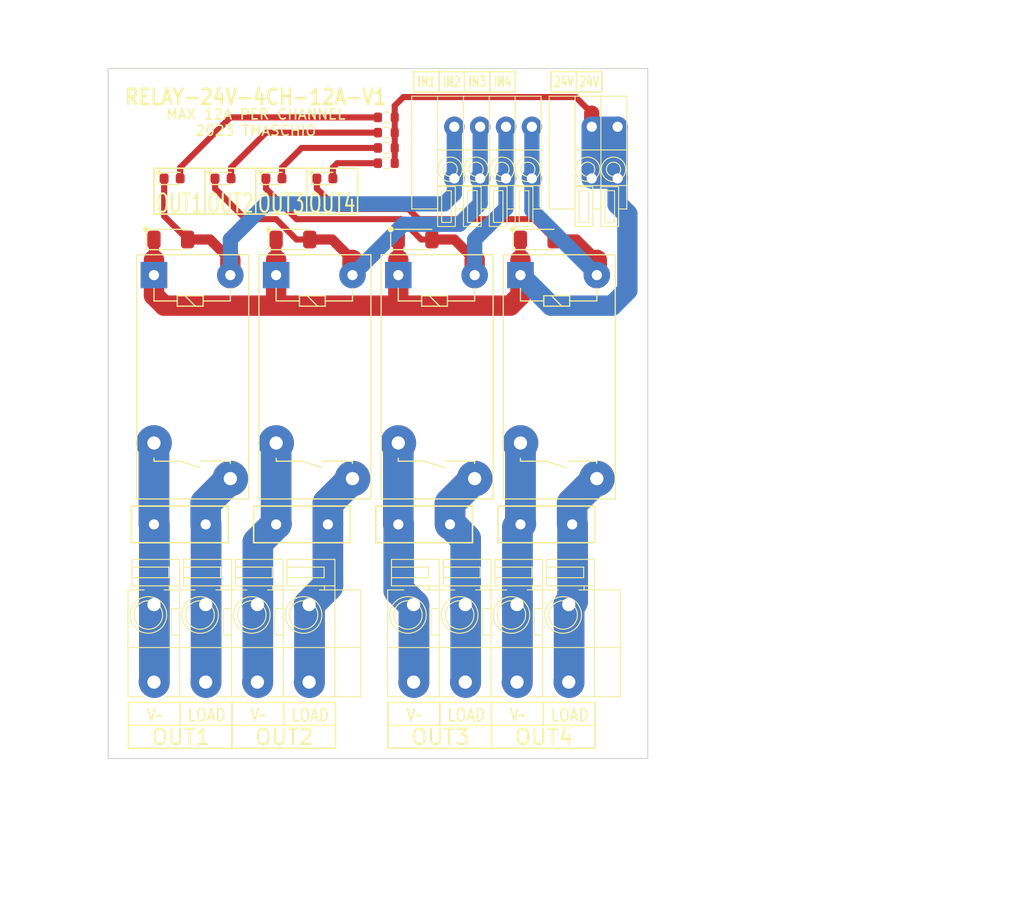
<source format=kicad_pcb>
(kicad_pcb (version 20240108) (generator "pcbnew") (generator_version "8.0")
  (title_block (title "4x 24V Relay Module") (rev "V1"))
  (layers (0 "F.Cu" signal) (31 "B.Cu" signal) (34 "B.Paste" user) (35 "F.Paste" user) (36 "B.SilkS" user "B.Silkscreen") (37 "F.SilkS" user "F.Silkscreen") (38 "B.Mask" user) (39 "F.Mask" user) (44 "Edge.Cuts" user))
  (net 0 "")
  (net 1 "Net-(D1-A)")
  (net 2 "+24V")
  (net 3 "Net-(D1-K)")
  (net 4 "Net-(D3-A)")
  (net 5 "Net-(D3-K)")
  (net 6 "Net-(D5-A)")
  (net 7 "Net-(D5-K)")
  (net 8 "Net-(D7-A)")
  (net 9 "Net-(D7-K)")
  (net 10 "Net-(J3-Pin_1)")
  (net 11 "Net-(J3-Pin_4)")
  (net 12 "Net-(J3-Pin_2)")
  (net 13 "Net-(J3-Pin_3)")
  (net 14 "Net-(J4-Pin_2)")
  (net 15 "Net-(J4-Pin_1)")
  (net 16 "Net-(J4-Pin_4)")
  (net 17 "Net-(J4-Pin_3)")
  (footprint "Tales:TerminalBlock_Dibo_DB142V-5.08-4P_1x04_P5.08mm_Vertical" (layer "F.Cu") (at 155 122.5)
    (property "Reference" "J4")
    (property "Value" "DB142V-5.08-4P")
    (pad "1" thru_hole circle (at 0 -7.62 180) (size 3 3) (drill 1.3) (layers "*.Cu" "*.Mask") (net 15 "Net-(J4-Pin_1)"))
    (pad "1" thru_hole circle (at 0 0 180) (size 3 3) (drill 1.3) (layers "*.Cu" "*.Mask") (net 15 "Net-(J4-Pin_1)"))
    (pad "2" thru_hole circle (at 5.08 -7.62 180) (size 3 3) (drill 1.3) (layers "*.Cu" "*.Mask") (net 14 "Net-(J4-Pin_2)"))
    (pad "2" thru_hole circle (at 5.08 0 180) (size 3 3) (drill 1.3) (layers "*.Cu" "*.Mask") (net 14 "Net-(J4-Pin_2)"))
    (pad "3" thru_hole circle (at 10.16 -7.62 180) (size 3 3) (drill 1.3) (layers "*.Cu" "*.Mask") (net 17 "Net-(J4-Pin_3)"))
    (pad "3" thru_hole circle (at 10.16 0 180) (size 3 3) (drill 1.3) (layers "*.Cu" "*.Mask") (net 17 "Net-(J4-Pin_3)"))
    (pad "4" thru_hole circle (at 15.24 -7.62 180) (size 3 3) (drill 1.3) (layers "*.Cu" "*.Mask") (net 16 "Net-(J4-Pin_4)"))
    (pad "4" thru_hole circle (at 15.24 0 180) (size 3 3) (drill 1.3) (layers "*.Cu" "*.Mask") (net 16 "Net-(J4-Pin_4)"))
  )
  (footprint "Tales:LED_0603_1608Metric" (layer "F.Cu") (at 136.2875 73)
    (property "Reference" "D3")
    (property "Value" "GREEN")
    (pad "1" smd roundrect (at -0.7875 0) (size 0.875 0.95) (layers "F.Cu" "F.Paste" "F.Mask") (net 5 "Net-(D3-K)"))
    (pad "2" smd roundrect (at 0.7875 0) (size 0.875 0.95) (layers "F.Cu" "F.Paste" "F.Mask") (net 4 "Net-(D3-A)"))
  )
  (footprint "Tales:D_SOD-123" (layer "F.Cu") (at 143.15 79)
    (property "Reference" "D4")
    (property "Value" "1N4148")
    (pad "1" smd roundrect (at -1.65 0) (size 1.3 1.75) (layers "F.Cu" "F.Paste" "F.Mask") (net 2 "+24V"))
    (pad "2" smd roundrect (at 1.65 0) (size 1.3 1.75) (layers "F.Cu" "F.Paste" "F.Mask") (net 5 "Net-(D3-K)"))
  )
  (footprint "Tales:LED_0603_1608Metric" (layer "F.Cu") (at 131.2875 73)
    (property "Reference" "D1")
    (property "Value" "GREEN")
    (pad "1" smd roundrect (at -0.7875 0) (size 0.875 0.95) (layers "F.Cu" "F.Paste" "F.Mask") (net 3 "Net-(D1-K)"))
    (pad "2" smd roundrect (at 0.7875 0) (size 0.875 0.95) (layers "F.Cu" "F.Paste" "F.Mask") (net 1 "Net-(D1-A)"))
  )
  (footprint "Tales:Relay_SPST_Omron_G5PZ-1A" (layer "F.Cu") (at 165.5 82.5 -90)
    (property "Reference" "K4")
    (property "Value" "G5PZ-1A")
    (pad "1" thru_hole rect (at 0 0 90) (size 2.6 2.6) (drill 1) (layers "*.Cu" "*.Mask") (net 2 "+24V"))
    (pad "2" thru_hole circle (at 16.5 0 90) (size 3.5 3.5) (drill 1.3) (layers "*.Cu" "*.Mask") (net 17 "Net-(J4-Pin_3)"))
    (pad "3" thru_hole circle (at 20 -7.5 90) (size 3.5 3.5) (drill 1.3) (layers "*.Cu" "*.Mask") (net 16 "Net-(J4-Pin_4)"))
    (pad "4" thru_hole circle (at 0 -7.5 90) (size 2.6 2.6) (drill 1) (layers "*.Cu" "*.Mask") (net 9 "Net-(D7-K)"))
  )
  (footprint "Tales:R_0603_1608Metric" (layer "F.Cu") (at 152.325 70 180)
    (property "Reference" "R3")
    (property "Value" "6k8/100mW")
    (pad "1" smd roundrect (at -0.825 0 180) (size 0.8 0.95) (layers "F.Cu" "F.Paste" "F.Mask") (net 2 "+24V"))
    (pad "2" smd roundrect (at 0.825 0 180) (size 0.8 0.95) (layers "F.Cu" "F.Paste" "F.Mask") (net 6 "Net-(D5-A)"))
  )
  (footprint "Tales:D_SOD-123" (layer "F.Cu") (at 131.15 79)
    (property "Reference" "D2")
    (property "Value" "1N4148")
    (pad "1" smd roundrect (at -1.65 0) (size 1.3 1.75) (layers "F.Cu" "F.Paste" "F.Mask") (net 2 "+24V"))
    (pad "2" smd roundrect (at 1.65 0) (size 1.3 1.75) (layers "F.Cu" "F.Paste" "F.Mask") (net 3 "Net-(D1-K)"))
  )
  (footprint "Tales:RV_Disc_D9.50mm_W3.6mm_P5.08mm" (layer "F.Cu") (at 129.5 107)
    (property "Reference" "RV1")
    (property "Value" "275VAC")
    (pad "1" thru_hole circle (at 0 0) (size 2.5 2.5) (drill 1) (layers "*.Cu" "*.Mask") (net 10 "Net-(J3-Pin_1)"))
    (pad "2" thru_hole circle (at 5.08 0) (size 2.5 2.5) (drill 1) (layers "*.Cu" "*.Mask") (net 12 "Net-(J3-Pin_2)"))
  )
  (footprint "Tales:R_0603_1608Metric" (layer "F.Cu") (at 152.325 67 180)
    (property "Reference" "R1")
    (property "Value" "6k8/100mW")
    (pad "1" smd roundrect (at -0.825 0 180) (size 0.8 0.95) (layers "F.Cu" "F.Paste" "F.Mask") (net 2 "+24V"))
    (pad "2" smd roundrect (at 0.825 0 180) (size 0.8 0.95) (layers "F.Cu" "F.Paste" "F.Mask") (net 1 "Net-(D1-A)"))
  )
  (footprint "Tales:D_SOD-123" (layer "F.Cu") (at 155.15 79)
    (property "Reference" "D6")
    (property "Value" "1N4148")
    (pad "1" smd roundrect (at -1.65 0) (size 1.3 1.75) (layers "F.Cu" "F.Paste" "F.Mask") (net 2 "+24V"))
    (pad "2" smd roundrect (at 1.65 0) (size 1.3 1.75) (layers "F.Cu" "F.Paste" "F.Mask") (net 7 "Net-(D5-K)"))
  )
  (footprint "Tales:TerminalBlock_Dibo_DB141V-2.54-2P_1x02_P2.54mm_Vertical" (layer "F.Cu") (at 175.04 67.92 180)
    (property "Reference" "J1")
    (property "Value" "DB141V-2.54-2P")
    (pad "1" thru_hole circle (at 0 -5.08) (size 2 2) (drill 1) (layers "*.Cu" "*.Mask") (net 2 "+24V"))
    (pad "1" thru_hole circle (at 0 0) (size 2 2) (drill 1) (layers "*.Cu" "*.Mask") (net 2 "+24V"))
    (pad "2" thru_hole circle (at 2.54 -5.08) (size 2 2) (drill 1) (layers "*.Cu" "*.Mask") (net 2 "+24V"))
    (pad "2" thru_hole circle (at 2.54 0) (size 2 2) (drill 1) (layers "*.Cu" "*.Mask") (net 2 "+24V"))
  )
  (footprint "Tales:Relay_SPST_Omron_G5PZ-1A" (layer "F.Cu") (at 153.5 82.5 -90)
    (property "Reference" "K3")
    (property "Value" "G5PZ-1A")
    (pad "1" thru_hole rect (at 0 0 90) (size 2.6 2.6) (drill 1) (layers "*.Cu" "*.Mask") (net 2 "+24V"))
    (pad "2" thru_hole circle (at 16.5 0 90) (size 3.5 3.5) (drill 1.3) (layers "*.Cu" "*.Mask") (net 15 "Net-(J4-Pin_1)"))
    (pad "3" thru_hole circle (at 20 -7.5 90) (size 3.5 3.5) (drill 1.3) (layers "*.Cu" "*.Mask") (net 14 "Net-(J4-Pin_2)"))
    (pad "4" thru_hole circle (at 0 -7.5 90) (size 2.6 2.6) (drill 1) (layers "*.Cu" "*.Mask") (net 7 "Net-(D5-K)"))
  )
  (footprint "Tales:RV_Disc_D9.50mm_W3.6mm_P5.08mm" (layer "F.Cu") (at 165.5 107)
    (property "Reference" "RV4")
    (property "Value" "275VAC")
    (pad "1" thru_hole circle (at 0 0) (size 2.5 2.5) (drill 1) (layers "*.Cu" "*.Mask") (net 17 "Net-(J4-Pin_3)"))
    (pad "2" thru_hole circle (at 5.08 0) (size 2.5 2.5) (drill 1) (layers "*.Cu" "*.Mask") (net 16 "Net-(J4-Pin_4)"))
  )
  (footprint "Tales:RV_Disc_D9.50mm_W3.6mm_P5.08mm" (layer "F.Cu") (at 141.5 107)
    (property "Reference" "RV2")
    (property "Value" "275VAC")
    (pad "1" thru_hole circle (at 0 0) (size 2.5 2.5) (drill 1) (layers "*.Cu" "*.Mask") (net 13 "Net-(J3-Pin_3)"))
    (pad "2" thru_hole circle (at 5.08 0) (size 2.5 2.5) (drill 1) (layers "*.Cu" "*.Mask") (net 11 "Net-(J3-Pin_4)"))
  )
  (footprint "Tales:TerminalBlock_Dibo_DB142V-5.08-4P_1x04_P5.08mm_Vertical" (layer "F.Cu") (at 129.5 122.5)
    (property "Reference" "J3")
    (property "Value" "DB142V-5.08-4P")
    (pad "1" thru_hole circle (at 0 -7.62 180) (size 3 3) (drill 1.3) (layers "*.Cu" "*.Mask") (net 10 "Net-(J3-Pin_1)"))
    (pad "1" thru_hole circle (at 0 0 180) (size 3 3) (drill 1.3) (layers "*.Cu" "*.Mask") (net 10 "Net-(J3-Pin_1)"))
    (pad "2" thru_hole circle (at 5.08 -7.62 180) (size 3 3) (drill 1.3) (layers "*.Cu" "*.Mask") (net 12 "Net-(J3-Pin_2)"))
    (pad "2" thru_hole circle (at 5.08 0 180) (size 3 3) (drill 1.3) (layers "*.Cu" "*.Mask") (net 12 "Net-(J3-Pin_2)"))
    (pad "3" thru_hole circle (at 10.16 -7.62 180) (size 3 3) (drill 1.3) (layers "*.Cu" "*.Mask") (net 13 "Net-(J3-Pin_3)"))
    (pad "3" thru_hole circle (at 10.16 0 180) (size 3 3) (drill 1.3) (layers "*.Cu" "*.Mask") (net 13 "Net-(J3-Pin_3)"))
    (pad "4" thru_hole circle (at 15.24 -7.62 180) (size 3 3) (drill 1.3) (layers "*.Cu" "*.Mask") (net 11 "Net-(J3-Pin_4)"))
    (pad "4" thru_hole circle (at 15.24 0 180) (size 3 3) (drill 1.3) (layers "*.Cu" "*.Mask") (net 11 "Net-(J3-Pin_4)"))
  )
  (footprint "Tales:TerminalBlock_Dibo_DB141V-2.54-4P_1x04_P2.54mm_Vertical" (layer "F.Cu") (at 166.62 67.92 180)
    (property "Reference" "J2")
    (property "Value" "DB141V-2.54-4P")
    (pad "1" thru_hole circle (at 0 -5.08) (size 2 2) (drill 1) (layers "*.Cu" "*.Mask") (net 9 "Net-(D7-K)"))
    (pad "1" thru_hole circle (at 0 0) (size 2 2) (drill 1) (layers "*.Cu" "*.Mask") (net 9 "Net-(D7-K)"))
    (pad "2" thru_hole circle (at 2.54 -5.08) (size 2 2) (drill 1) (layers "*.Cu" "*.Mask") (net 7 "Net-(D5-K)"))
    (pad "2" thru_hole circle (at 2.54 0) (size 2 2) (drill 1) (layers "*.Cu" "*.Mask") (net 7 "Net-(D5-K)"))
    (pad "3" thru_hole circle (at 5.08 -5.08) (size 2 2) (drill 1) (layers "*.Cu" "*.Mask") (net 5 "Net-(D3-K)"))
    (pad "3" thru_hole circle (at 5.08 0) (size 2 2) (drill 1) (layers "*.Cu" "*.Mask") (net 5 "Net-(D3-K)"))
    (pad "4" thru_hole circle (at 7.62 -5.08) (size 2 2) (drill 1) (layers "*.Cu" "*.Mask") (net 3 "Net-(D1-K)"))
    (pad "4" thru_hole circle (at 7.62 0) (size 2 2) (drill 1) (layers "*.Cu" "*.Mask") (net 3 "Net-(D1-K)"))
  )
  (footprint "Tales:Relay_SPST_Omron_G5PZ-1A" (layer "F.Cu") (at 141.5 82.5 -90)
    (property "Reference" "K2")
    (property "Value" "G5PZ-1A")
    (pad "1" thru_hole rect (at 0 0 90) (size 2.6 2.6) (drill 1) (layers "*.Cu" "*.Mask") (net 2 "+24V"))
    (pad "2" thru_hole circle (at 16.5 0 90) (size 3.5 3.5) (drill 1.3) (layers "*.Cu" "*.Mask") (net 13 "Net-(J3-Pin_3)"))
    (pad "3" thru_hole circle (at 20 -7.5 90) (size 3.5 3.5) (drill 1.3) (layers "*.Cu" "*.Mask") (net 11 "Net-(J3-Pin_4)"))
    (pad "4" thru_hole circle (at 0 -7.5 90) (size 2.6 2.6) (drill 1) (layers "*.Cu" "*.Mask") (net 5 "Net-(D3-K)"))
  )
  (footprint "Tales:R_0603_1608Metric" (layer "F.Cu") (at 152.325 68.5 180)
    (property "Reference" "R2")
    (property "Value" "6k8/100mW")
    (pad "1" smd roundrect (at -0.825 0 180) (size 0.8 0.95) (layers "F.Cu" "F.Paste" "F.Mask") (net 2 "+24V"))
    (pad "2" smd roundrect (at 0.825 0 180) (size 0.8 0.95) (layers "F.Cu" "F.Paste" "F.Mask") (net 4 "Net-(D3-A)"))
  )
  (footprint "Tales:LED_0603_1608Metric" (layer "F.Cu") (at 141.2875 73)
    (property "Reference" "D5")
    (property "Value" "GREEN")
    (pad "1" smd roundrect (at -0.7875 0) (size 0.875 0.95) (layers "F.Cu" "F.Paste" "F.Mask") (net 7 "Net-(D5-K)"))
    (pad "2" smd roundrect (at 0.7875 0) (size 0.875 0.95) (layers "F.Cu" "F.Paste" "F.Mask") (net 6 "Net-(D5-A)"))
  )
  (footprint "Tales:D_SOD-123" (layer "F.Cu") (at 167.15 79)
    (property "Reference" "D8")
    (property "Value" "1N4148")
    (pad "1" smd roundrect (at -1.65 0) (size 1.3 1.75) (layers "F.Cu" "F.Paste" "F.Mask") (net 2 "+24V"))
    (pad "2" smd roundrect (at 1.65 0) (size 1.3 1.75) (layers "F.Cu" "F.Paste" "F.Mask") (net 9 "Net-(D7-K)"))
  )
  (footprint "Tales:Relay_SPST_Omron_G5PZ-1A" (layer "F.Cu") (at 129.5 82.5 -90)
    (property "Reference" "K1")
    (property "Value" "G5PZ-1A")
    (pad "1" thru_hole rect (at 0 0 90) (size 2.6 2.6) (drill 1) (layers "*.Cu" "*.Mask") (net 2 "+24V"))
    (pad "2" thru_hole circle (at 16.5 0 90) (size 3.5 3.5) (drill 1.3) (layers "*.Cu" "*.Mask") (net 10 "Net-(J3-Pin_1)"))
    (pad "3" thru_hole circle (at 20 -7.5 90) (size 3.5 3.5) (drill 1.3) (layers "*.Cu" "*.Mask") (net 12 "Net-(J3-Pin_2)"))
    (pad "4" thru_hole circle (at 0 -7.5 90) (size 2.6 2.6) (drill 1) (layers "*.Cu" "*.Mask") (net 3 "Net-(D1-K)"))
  )
  (footprint "Tales:RV_Disc_D9.50mm_W3.6mm_P5.08mm" (layer "F.Cu") (at 153.5 107)
    (property "Reference" "RV3")
    (property "Value" "275VAC")
    (pad "1" thru_hole circle (at 0 0) (size 2.5 2.5) (drill 1) (layers "*.Cu" "*.Mask") (net 15 "Net-(J4-Pin_1)"))
    (pad "2" thru_hole circle (at 5.08 0) (size 2.5 2.5) (drill 1) (layers "*.Cu" "*.Mask") (net 14 "Net-(J4-Pin_2)"))
  )
  (footprint "Tales:R_0603_1608Metric" (layer "F.Cu") (at 152.325 71.5 180)
    (property "Reference" "R4")
    (property "Value" "6k8/100mW")
    (pad "1" smd roundrect (at -0.825 0 180) (size 0.8 0.95) (layers "F.Cu" "F.Paste" "F.Mask") (net 2 "+24V"))
    (pad "2" smd roundrect (at 0.825 0 180) (size 0.8 0.95) (layers "F.Cu" "F.Paste" "F.Mask") (net 8 "Net-(D7-A)"))
  )
  (footprint "Tales:LED_0603_1608Metric" (layer "F.Cu") (at 146.2875 73)
    (property "Reference" "D7")
    (property "Value" "GREEN")
    (pad "1" smd roundrect (at -0.7875 0) (size 0.875 0.95) (layers "F.Cu" "F.Paste" "F.Mask") (net 9 "Net-(D7-K)"))
    (pad "2" smd roundrect (at 0.7875 0) (size 0.875 0.95) (layers "F.Cu" "F.Paste" "F.Mask") (net 8 "Net-(D7-A)"))
  )
  (gr_line (start 152.5 124.5) (end 152.5 129) (stroke (width 0.15)) (layer "F.SilkS"))
  (gr_line (start 162.5 64.5) (end 162.5 62.5) (stroke (width 0.15)) (layer "F.SilkS"))
  (gr_rect (start 155 62.5) (end 165 64.5) (stroke (width 0.15)) (fill none) (layer "F.SilkS"))
  (gr_line (start 171 64.5) (end 171 62.5) (stroke (width 0.15)) (layer "F.SilkS"))
  (gr_line (start 129.5 72) (end 149.5 72) (stroke (width 0.15)) (layer "F.SilkS"))
  (gr_line (start 127 129) (end 147.32 129) (stroke (width 0.15)) (layer "F.SilkS"))
  (gr_line (start 127 126.75) (end 147.32 126.75) (stroke (width 0.15)) (layer "F.SilkS"))
  (gr_line (start 152.5 124.5) (end 172.82 124.5) (stroke (width 0.15)) (layer "F.SilkS"))
  (gr_line (start 152.5 126.75) (end 172.82 126.75) (stroke (width 0.15)) (layer "F.SilkS"))
  (gr_line (start 139.5 76.5) (end 139.5 72) (stroke (width 0.15)) (layer "F.SilkS"))
  (gr_line (start 137.16 124.5) (end 137.16 129) (stroke (width 0.15)) (layer "F.SilkS"))
  (gr_rect (start 168.5 62.5) (end 173.5 64.5) (stroke (width 0.15)) (fill none) (layer "F.SilkS"))
  (gr_line (start 127 124.5) (end 147.32 124.5) (stroke (width 0.15)) (layer "F.SilkS"))
  (gr_line (start 152.5 129) (end 172.82 129) (stroke (width 0.15)) (layer "F.SilkS"))
  (gr_line (start 134.5 72) (end 134.5 76.5) (stroke (width 0.15)) (layer "F.SilkS"))
  (gr_line (start 147.32 124.5) (end 147.32 129) (stroke (width 0.15)) (layer "F.SilkS"))
  (gr_line (start 127 124.5) (end 127 129) (stroke (width 0.15)) (layer "F.SilkS"))
  (gr_line (start 167.74 124.5) (end 167.74 126.75) (stroke (width 0.15)) (layer "F.SilkS"))
  (gr_line (start 129.5 76.5) (end 129.5 72) (stroke (width 0.15)) (layer "F.SilkS"))
  (gr_line (start 160 64.48) (end 160 62.5) (stroke (width 0.15)) (layer "F.SilkS"))
  (gr_line (start 149.5 72) (end 149.5 76.5) (stroke (width 0.15)) (layer "F.SilkS"))
  (gr_line (start 132.08 124.5) (end 132.08 126.75) (stroke (width 0.15)) (layer "F.SilkS"))
  (gr_line (start 142.24 124.5) (end 142.24 126.75) (stroke (width 0.15)) (layer "F.SilkS"))
  (gr_line (start 144.5 76.5) (end 144.5 72) (stroke (width 0.15)) (layer "F.SilkS"))
  (gr_line (start 162.66 124.5) (end 162.66 129) (stroke (width 0.15)) (layer "F.SilkS"))
  (gr_line (start 157.58 124.5) (end 157.58 126.75) (stroke (width 0.15)) (layer "F.SilkS"))
  (gr_line (start 172.82 124.5) (end 172.82 129) (stroke (width 0.15)) (layer "F.SilkS"))
  (gr_line (start 149.5 76.5) (end 129.5 76.5) (stroke (width 0.15)) (layer "F.SilkS"))
  (gr_line (start 157.5 64.48) (end 157.5 62.5) (stroke (width 0.15)) (layer "F.SilkS"))
  (gr_rect (start 125 62.2) (end 178 130) (stroke (width 0.1)) (fill none) (layer "Edge.Cuts"))
  (gr_text "LOAD" (at 160.18 125.75 0) (layer "F.SilkS") (effects (font (size 1.2 1))))
  (gr_text "OUT1" (at 132.14 127.9 0) (layer "F.SilkS") (effects (font (size 1.5 1.5) (thickness 0.2))))
  (gr_text "OUT4" (at 167.8 127.9 0) (layer "F.SilkS") (effects (font (size 1.5 1.5) (thickness 0.2))))
  (gr_text "V~" (at 155.1 125.75 0) (layer "F.SilkS") (effects (font (size 1.2 1))))
  (gr_text "LOAD" (at 134.68 125.75 0) (layer "F.SilkS") (effects (font (size 1.2 1))))
  (gr_text "OUT4" (at 147 76.5 0) (layer "F.SilkS") (effects (font (size 1.8 1.2) (thickness 0.2)) (justify bottom)))
  (gr_text "OUT3" (at 157.64 127.9 0) (layer "F.SilkS") (effects (font (size 1.5 1.5) (thickness 0.2))))
  (gr_text "IN2" (at 158.75 63.5 0) (layer "F.SilkS") (effects (font (size 1 0.7) (thickness 0.15) (bold yes))))
  (gr_text "V~" (at 129.6 125.75 0) (layer "F.SilkS") (effects (font (size 1.2 1))))
  (gr_text "IN1" (at 156.25 63.5 0) (layer "F.SilkS") (effects (font (size 1 0.7) (thickness 0.15) (bold yes))))
  (gr_text "LOAD" (at 170.34 125.75 0) (layer "F.SilkS") (effects (font (size 1.2 1))))
  (gr_text "IN3" (at 161.25 63.5 0) (layer "F.SilkS") (effects (font (size 1 0.7) (thickness 0.15) (bold yes))))
  (gr_text "OUT1" (at 132 76.5 0) (layer "F.SilkS") (effects (font (size 1.8 1.2) (thickness 0.2)) (justify bottom)))
  (gr_text "OUT3" (at 142 76.5 0) (layer "F.SilkS") (effects (font (size 1.8 1.2) (thickness 0.2)) (justify bottom)))
  (gr_text "IN4" (at 163.75 63.5 0) (layer "F.SilkS") (effects (font (size 1 0.7) (thickness 0.15) (bold yes))))
  (gr_text "OUT2" (at 142.3 127.9 0) (layer "F.SilkS") (effects (font (size 1.5 1.5) (thickness 0.2))))
  (gr_text "LOAD" (at 144.84 125.75 0) (layer "F.SilkS") (effects (font (size 1.2 1))))
  (gr_text "V~" (at 165.26 125.75 0) (layer "F.SilkS") (effects (font (size 1.2 1))))
  (gr_text "24V" (at 169.75 63.5 0) (layer "F.SilkS") (effects (font (size 1 0.7) (thickness 0.15) (bold yes))))
  (gr_text "24V" (at 172.25 63.5 0) (layer "F.SilkS") (effects (font (size 1 0.7) (thickness 0.15) (bold yes))))
  (gr_text "V~" (at 139.76 125.75 0) (layer "F.SilkS") (effects (font (size 1.2 1))))
  (gr_text "OUT2" (at 137 76.5 0) (layer "F.SilkS") (effects (font (size 1.8 1.2) (thickness 0.2)) (justify bottom)))
  (gr_text "RELAY-24V-4CH-12A-V1" (at 139.5 65 0) (layer "F.SilkS") (effects (font (size 1.5 1.3) (thickness 0.25) (bold yes))))
  (gr_text "MAX 12A PER CHANNEL\n2023 TMASCHIO" (at 139.5 67.5 0) (layer "F.SilkS") (effects (font (size 1 1))))
  (segment (start 132.075 71.925) (end 132.075 73) (width 0.6) (layer "F.Cu") (net 1))
  (segment (start 151.5 67) (end 137 67) (width 0.6) (layer "F.Cu") (net 1))
  (segment (start 137 67) (end 132.075 71.925) (width 0.6) (layer "F.Cu") (net 1))
  (segment (start 153.5 82.5) (end 153.5 81) (width 2) (layer "F.Cu") (net 2))
  (segment (start 141.5 82.5) (end 141.5 81) (width 2) (layer "F.Cu") (net 2))
  (segment (start 172.5 66.58) (end 172.5 67.92) (width 1.5) (layer "F.Cu") (net 2))
  (segment (start 129.5 79) (end 129.5 81) (width 1) (layer "F.Cu") (net 2))
  (segment (start 141.5 85.5) (end 153.5 85.5) (width 2) (layer "F.Cu") (net 2))
  (segment (start 129.5 82.5) (end 129.5 84.5) (width 2) (layer "F.Cu") (net 2))
  (segment (start 164.5 85.5) (end 165.5 84.5) (width 2) (layer "F.Cu") (net 2))
  (segment (start 170.92 65) (end 172.5 66.58) (width 0.6) (layer "F.Cu") (net 2))
  (segment (start 141.5 82.5) (end 141.5 85.5) (width 2) (layer "F.Cu") (net 2))
  (segment (start 165.5 79) (end 165.5 81) (width 1) (layer "F.Cu") (net 2))
  (segment (start 129.5 82.5) (end 129.5 81) (width 2) (layer "F.Cu") (net 2))
  (segment (start 153.15 67) (end 153.15 65.85) (width 0.6) (layer "F.Cu") (net 2))
  (segment (start 153.5 82.5) (end 153.5 85.5) (width 2) (layer "F.Cu") (net 2))
  (segment (start 165.5 84.5) (end 165.5 82.5) (width 2) (layer "F.Cu") (net 2))
  (segment (start 141.5 79) (end 141.5 81) (width 1) (layer "F.Cu") (net 2))
  (segment (start 153.5 85.5) (end 164.5 85.5) (width 2) (layer "F.Cu") (net 2))
  (segment (start 153.5 79) (end 153.5 81) (width 1) (layer "F.Cu") (net 2))
  (segment (start 153.15 70) (end 153.15 68.5) (width 0.6) (layer "F.Cu") (net 2))
  (segment (start 129.5 84.5) (end 130.5 85.5) (width 2) (layer "F.Cu") (net 2))
  (segment (start 130.5 85.5) (end 141.5 85.5) (width 2) (layer "F.Cu") (net 2))
  (segment (start 153.15 65.85) (end 154 65) (width 0.6) (layer "F.Cu") (net 2))
  (segment (start 165.5 82.5) (end 165.5 81) (width 2) (layer "F.Cu") (net 2))
  (segment (start 153.15 68.5) (end 153.15 67) (width 0.6) (layer "F.Cu") (net 2))
  (segment (start 154 65) (end 170.92 65) (width 0.6) (layer "F.Cu") (net 2))
  (segment (start 153.15 71.5) (end 153.15 70) (width 0.6) (layer "F.Cu") (net 2))
  (segment (start 176 76.5) (end 176 84) (width 2) (layer "B.Cu") (net 2))
  (segment (start 168.5 85.5) (end 165.5 82.5) (width 2) (layer "B.Cu") (net 2))
  (segment (start 174.5 85.5) (end 168.5 85.5) (width 2) (layer "B.Cu") (net 2))
  (segment (start 175.04 75.54) (end 176 76.5) (width 2) (layer "B.Cu") (net 2))
  (segment (start 172.5 67.92) (end 172.5 73) (width 2) (layer "B.Cu") (net 2))
  (segment (start 176 84) (end 174.5 85.5) (width 2) (layer "B.Cu") (net 2))
  (segment (start 175.04 73) (end 175.04 75.54) (width 2) (layer "B.Cu") (net 2))
  (segment (start 172.5 73) (end 175.04 73) (width 2) (layer "B.Cu") (net 2))
  (segment (start 175.04 67.92) (end 172.5 67.92) (width 2) (layer "B.Cu") (net 2))
  (segment (start 175.04 73) (end 175.04 67.92) (width 2) (layer "B.Cu") (net 2))
  (segment (start 135 79) (end 137 81) (width 1) (layer "F.Cu") (net 3))
  (segment (start 130.5 76.7) (end 132.8 79) (width 0.6) (layer "F.Cu") (net 3))
  (segment (start 132.8 79) (end 135 79) (width 1) (layer "F.Cu") (net 3))
  (segment (start 130.5 73) (end 130.5 76.7) (width 0.6) (layer "F.Cu") (net 3))
  (segment (start 137 82.5) (end 137 81) (width 2) (layer "F.Cu") (net 3))
  (segment (start 140.5 75.5) (end 158 75.5) (width 1.5) (layer "B.Cu") (net 3))
  (segment (start 137 82.5) (end 137 79) (width 1.5) (layer "B.Cu") (net 3))
  (segment (start 137 79) (end 140.5 75.5) (width 1.5) (layer "B.Cu") (net 3))
  (segment (start 159 73) (end 159 67.92) (width 1.5) (layer "B.Cu") (net 3))
  (segment (start 158 75.5) (end 159 74.5) (width 1.5) (layer "B.Cu") (net 3))
  (segment (start 159 74.5) (end 159 73) (width 1.5) (layer "B.Cu") (net 3))
  (segment (start 137.075 71.925) (end 137.075 73) (width 0.6) (layer "F.Cu") (net 4))
  (segment (start 151.5 68.5) (end 140.5 68.5) (width 0.6) (layer "F.Cu") (net 4))
  (segment (start 140.5 68.5) (end 137.075 71.925) (width 0.6) (layer "F.Cu") (net 4))
  (segment (start 135.5 73) (end 135.5 74) (width 0.6) (layer "F.Cu") (net 5))
  (segment (start 138.5 77) (end 141.5 77) (width 0.6) (layer "F.Cu") (net 5))
  (segment (start 144.8 79) (end 147 79) (width 1) (layer "F.Cu") (net 5))
  (segment (start 141.5 77) (end 143.5 79) (width 0.6) (layer "F.Cu") (net 5))
  (segment (start 135.5 74) (end 138.5 77) (width 0.6) (layer "F.Cu") (net 5))
  (segment (start 143.5 79) (end 144.8 79) (width 0.6) (layer "F.Cu") (net 5))
  (segment (start 149 82.5) (end 149 81) (width 2) (layer "F.Cu") (net 5))
  (segment (start 147 79) (end 149 81) (width 1) (layer "F.Cu") (net 5))
  (segment (start 161.54 73) (end 161.54 67.92) (width 1.5) (layer "B.Cu") (net 5))
  (segment (start 149 82.5) (end 154 77.5) (width 1.5) (layer "B.Cu") (net 5))
  (segment (start 154 77.5) (end 159.5 77.5) (width 1.5) (layer "B.Cu") (net 5))
  (segment (start 161.54 75.46) (end 161.54 73) (width 1.5) (layer "B.Cu") (net 5))
  (segment (start 159.5 77.5) (end 161.54 75.46) (width 1.5) (layer "B.Cu") (net 5))
  (segment (start 144 70) (end 142.075 71.925) (width 0.6) (layer "F.Cu") (net 6))
  (segment (start 151.5 70) (end 144 70) (width 0.6) (layer "F.Cu") (net 6))
  (segment (start 142.075 71.925) (end 142.075 73) (width 0.6) (layer "F.Cu") (net 6))
  (segment (start 156.8 79) (end 159 79) (width 1) (layer "F.Cu") (net 7))
  (segment (start 140.5 74) (end 143.5 77) (width 0.6) (layer "F.Cu") (net 7))
  (segment (start 161 82.5) (end 161 81) (width 2) (layer "F.Cu") (net 7))
  (segment (start 140.5 73) (end 140.5 74) (width 0.6) (layer "F.Cu") (net 7))
  (segment (start 155.75 79) (end 156.8 79) (width 0.6) (layer "F.Cu") (net 7))
  (segment (start 159 79) (end 161 81) (width 1) (layer "F.Cu") (net 7))
  (segment (start 143.5 77) (end 153.75 77) (width 0.6) (layer "F.Cu") (net 7))
  (segment (start 153.75 77) (end 155.75 79) (width 0.6) (layer "F.Cu") (net 7))
  (segment (start 164.08 75.92) (end 164.08 73) (width 1.5) (layer "B.Cu") (net 7))
  (segment (start 164.08 73) (end 164.08 67.92) (width 1.5) (layer "B.Cu") (net 7))
  (segment (start 161 79) (end 164.08 75.92) (width 1.5) (layer "B.Cu") (net 7))
  (segment (start 161 82.5) (end 161 79) (width 1.5) (layer "B.Cu") (net 7))
  (segment (start 147.5 71.5) (end 151.5 71.5) (width 0.6) (layer "F.Cu") (net 8))
  (segment (start 147.075 71.925) (end 147.5 71.5) (width 0.6) (layer "F.Cu") (net 8))
  (segment (start 147.075 73) (end 147.075 71.925) (width 0.6) (layer "F.Cu") (net 8))
  (segment (start 147.5 76) (end 154.5 76) (width 0.6) (layer "F.Cu") (net 9))
  (segment (start 171 79) (end 173 81) (width 1) (layer "F.Cu") (net 9))
  (segment (start 145.5 74) (end 147.5 76) (width 0.6) (layer "F.Cu") (net 9))
  (segment (start 168.8 79) (end 171 79) (width 1) (layer "F.Cu") (net 9))
  (segment (start 166.8 77) (end 168.8 79) (width 0.6) (layer "F.Cu") (net 9))
  (segment (start 155.5 77) (end 166.8 77) (width 0.6) (layer "F.Cu") (net 9))
  (segment (start 145.5 73) (end 145.5 74) (width 0.6) (layer "F.Cu") (net 9))
  (segment (start 154.5 76) (end 155.5 77) (width 0.6) (layer "F.Cu") (net 9))
  (segment (start 173 82.5) (end 173 81) (width 2) (layer "F.Cu") (net 9))
  (segment (start 166.62 73) (end 166.62 67.92) (width 1.5) (layer "B.Cu") (net 9))
  (segment (start 173 82.5) (end 166.62 76.12) (width 1.5) (layer "B.Cu") (net 9))
  (segment (start 166.62 76.12) (end 166.62 73) (width 1.5) (layer "B.Cu") (net 9))
  (segment (start 129.54 114.935) (end 129.54 122.555) (width 3) (layer "F.Cu") (net 10))
  (segment (start 129.5 99) (end 129.5 107) (width 3) (layer "F.Cu") (net 10))
  (segment (start 129.54 106.935) (end 129.54 114.935) (width 3) (layer "F.Cu") (net 10))
  (segment (start 129.54 106.935) (end 129.54 114.935) (width 3) (layer "B.Cu") (net 10))
  (segment (start 129.5 107) (end 129.5 99) (width 3) (layer "B.Cu") (net 10))
  (segment (start 129.54 114.935) (end 129.54 122.555) (width 3) (layer "B.Cu") (net 10))
  (segment (start 146.58 107) (end 146.58 104.92) (width 3) (layer "F.Cu") (net 11))
  (segment (start 146.58 104.92) (end 149 102.5) (width 3) (layer "F.Cu") (net 11))
  (segment (start 146.58 113.04) (end 144.74 114.88) (width 3) (layer "F.Cu") (net 11))
  (segment (start 146.58 107) (end 146.58 113.04) (width 3) (layer "F.Cu") (net 11))
  (segment (start 144.78 114.935) (end 144.78 122.555) (width 3) (layer "F.Cu") (net 11))
  (segment (start 146.58 104.92) (end 149 102.5) (width 3) (layer "B.Cu") (net 11))
  (segment (start 146.58 107) (end 146.58 113.04) (width 3) (layer "B.Cu") (net 11))
  (segment (start 144.78 114.935) (end 144.78 122.555) (width 3) (layer "B.Cu") (net 11))
  (segment (start 146.58 107) (end 146.58 104.92) (width 3) (layer "B.Cu") (net 11))
  (segment (start 146.58 113.04) (end 144.74 114.88) (width 3) (layer "B.Cu") (net 11))
  (segment (start 134.58 107) (end 134.58 104.92) (width 3) (layer "F.Cu") (net 12))
  (segment (start 134.62 106.935) (end 134.62 114.935) (width 3) (layer "F.Cu") (net 12))
  (segment (start 134.62 114.935) (end 134.62 122.555) (width 3) (layer "F.Cu") (net 12))
  (segment (start 134.58 104.92) (end 137 102.5) (width 3) (layer "F.Cu") (net 12))
  (segment (start 134.62 114.935) (end 134.62 122.555) (width 3) (layer "B.Cu") (net 12))
  (segment (start 134.62 106.935) (end 134.62 114.935) (width 3) (layer "B.Cu") (net 12))
  (segment (start 134.58 107) (end 134.58 104.92) (width 3) (layer "B.Cu") (net 12))
  (segment (start 134.58 104.92) (end 137 102.5) (width 3) (layer "B.Cu") (net 12))
  (segment (start 139.7 114.935) (end 139.7 122.555) (width 3) (layer "F.Cu") (net 13))
  (segment (start 139.7 114.935) (end 139.7 108.775) (width 3) (layer "F.Cu") (net 13))
  (segment (start 139.7 108.775) (end 141.54 106.935) (width 3) (layer "F.Cu") (net 13))
  (segment (start 141.5 99) (end 141.5 107) (width 3) (layer "F.Cu") (net 13))
  (segment (start 139.7 114.935) (end 139.7 122.555) (width 3) (layer "B.Cu") (net 13))
  (segment (start 139.7 114.935) (end 139.7 108.775) (width 3) (layer "B.Cu") (net 13))
  (segment (start 141.5 107) (end 141.5 99) (width 3) (layer "B.Cu") (net 13))
  (segment (start 139.7 108.775) (end 141.54 106.935) (width 3) (layer "B.Cu") (net 13))
  (segment (start 160.12 114.935) (end 160.12 122.555) (width 3) (layer "F.Cu") (net 14))
  (segment (start 160.12 114.935) (end 160.12 108.435) (width 3) (layer "F.Cu") (net 14))
  (segment (start 158.58 107) (end 158.58 104.92) (width 3) (layer "F.Cu") (net 14))
  (segment (start 158.58 104.92) (end 161 102.5) (width 3) (layer "F.Cu") (net 14))
  (segment (start 160.12 108.435) (end 158.62 106.935) (width 3) (layer "F.Cu") (net 14))
  (segment (start 160.12 122.555) (end 160.12 114.935) (width 3) (layer "B.Cu") (net 14))
  (segment (start 160.12 114.935) (end 160.12 108.435) (width 3) (layer "B.Cu") (net 14))
  (segment (start 160.12 108.435) (end 158.62 106.935) (width 3) (layer "B.Cu") (net 14))
  (segment (start 158.58 104.92) (end 161 102.5) (width 3) (layer "B.Cu") (net 14))
  (segment (start 158.58 107) (end 158.58 104.92) (width 3) (layer "B.Cu") (net 14))
  (segment (start 153.54 106.935) (end 153.54 113.435) (width 3) (layer "F.Cu") (net 15))
  (segment (start 153.54 113.435) (end 155.04 114.935) (width 3) (layer "F.Cu") (net 15))
  (segment (start 153.5 99) (end 153.5 107) (width 3) (layer "F.Cu") (net 15))
  (segment (start 155.04 114.935) (end 155.04 122.555) (width 3) (layer "F.Cu") (net 15))
  (segment (start 153.54 106.935) (end 153.54 113.435) (width 3) (layer "B.Cu") (net 15))
  (segment (start 153.54 113.435) (end 155.04 114.935) (width 3) (layer "B.Cu") (net 15))
  (segment (start 155.04 114.935) (end 155.04 122.555) (width 3) (layer "B.Cu") (net 15))
  (segment (start 153.5 107) (end 153.5 99) (width 3) (layer "B.Cu") (net 15))
  (segment (start 170.62 106.935) (end 170.62 114.595) (width 3) (layer "F.Cu") (net 16))
  (segment (start 170.28 114.935) (end 170.28 122.555) (width 3) (layer "F.Cu") (net 16))
  (segment (start 170.62 114.595) (end 170.28 114.935) (width 3) (layer "F.Cu") (net 16))
  (segment (start 170.58 104.92) (end 173 102.5) (width 3) (layer "F.Cu") (net 16))
  (segment (start 170.58 107) (end 170.58 104.92) (width 3) (layer "F.Cu") (net 16))
  (segment (start 170.62 114.595) (end 170.28 114.935) (width 3) (layer "B.Cu") (net 16))
  (segment (start 170.28 114.935) (end 170.28 122.555) (width 3) (layer "B.Cu") (net 16))
  (segment (start 170.58 104.92) (end 173 102.5) (width 3) (layer "B.Cu") (net 16))
  (segment (start 170.62 106.935) (end 170.62 114.595) (width 3) (layer "B.Cu") (net 16))
  (segment (start 170.58 107) (end 170.58 104.92) (width 3) (layer "B.Cu") (net 16))
  (segment (start 165.2 114.935) (end 165.2 107.275) (width 3) (layer "F.Cu") (net 17))
  (segment (start 165.2 107.275) (end 165.54 106.935) (width 3) (layer "F.Cu") (net 17))
  (segment (start 165.5 99) (end 165.5 107) (width 3) (layer "F.Cu") (net 17))
  (segment (start 165.2 114.935) (end 165.2 122.555) (width 3) (layer "F.Cu") (net 17))
  (segment (start 165.5 107) (end 165.5 99) (width 3) (layer "B.Cu") (net 17))
  (segment (start 165.2 114.935) (end 165.2 107.275) (width 3) (layer "B.Cu") (net 17))
  (segment (start 165.2 114.935) (end 165.2 122.555) (width 3) (layer "B.Cu") (net 17))
  (segment (start 165.2 107.275) (end 165.54 106.935) (width 3) (layer "B.Cu") (net 17))
  (zone (net 2) (net_name "+24V") (layer "B.Cu") (connect_pads yes (clearance 0.5)) (min_thickness 0.25) (fill yes (thermal_gap 0.5) (thermal_bridge_width 0.5) (smoothing fillet) (radius 1))
    (polygon (pts (xy 171.5 67) (xy 176 67) (xy 176 74) (xy 171.5 74)))
  )
)
</source>
